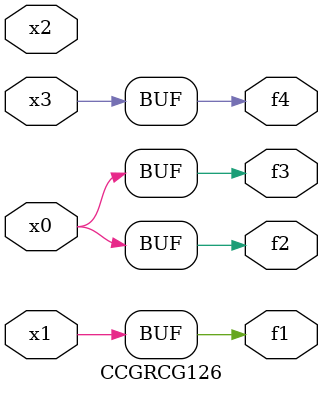
<source format=v>
module CCGRCG126(
	input x0, x1, x2, x3,
	output f1, f2, f3, f4
);
	assign f1 = x1;
	assign f2 = x0;
	assign f3 = x0;
	assign f4 = x3;
endmodule

</source>
